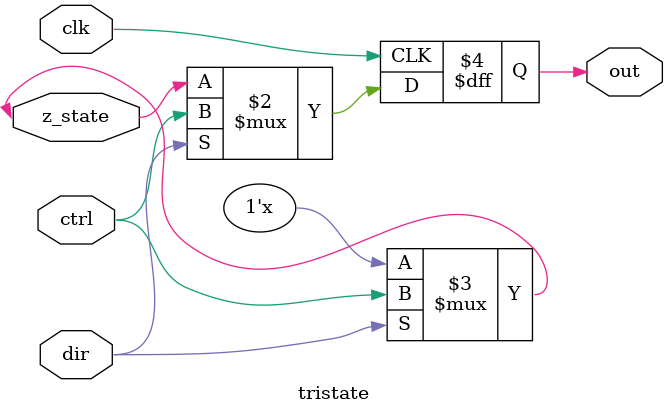
<source format=v>
module tristate(
  input wire clk,
  input wire dir, ctrl,
  output reg out,
  inout wire z_state
);
  always @(posedge clk) begin
    out <= dir ? ctrl : z_state;
  end

  assign z_state = dir ? ctrl : 1'bz;
endmodule

</source>
